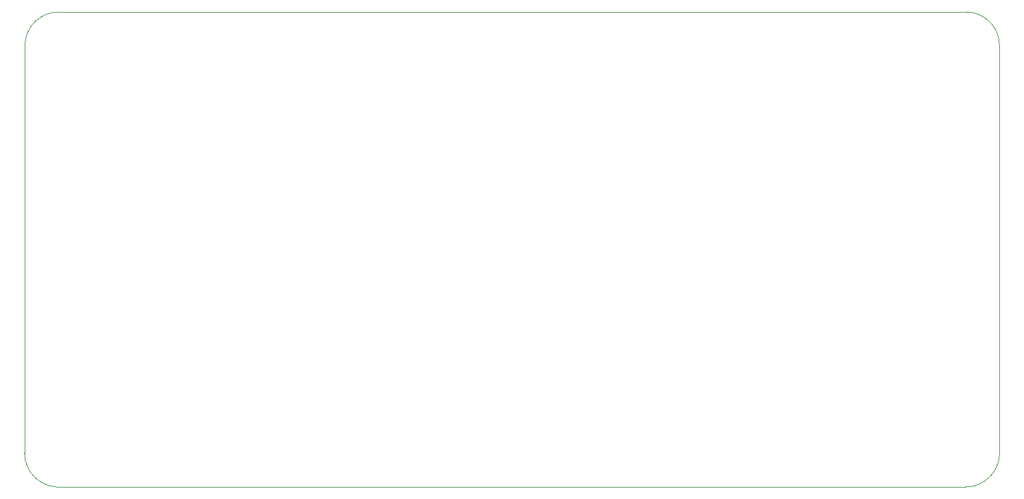
<source format=gbr>
%TF.GenerationSoftware,KiCad,Pcbnew,9.0.4*%
%TF.CreationDate,2026-02-19T19:41:56-08:00*%
%TF.ProjectId,Power_board,506f7765-725f-4626-9f61-72642e6b6963,rev?*%
%TF.SameCoordinates,Original*%
%TF.FileFunction,Profile,NP*%
%FSLAX46Y46*%
G04 Gerber Fmt 4.6, Leading zero omitted, Abs format (unit mm)*
G04 Created by KiCad (PCBNEW 9.0.4) date 2026-02-19 19:41:56*
%MOMM*%
%LPD*%
G01*
G04 APERTURE LIST*
%TA.AperFunction,Profile*%
%ADD10C,0.050000*%
%TD*%
G04 APERTURE END LIST*
D10*
X166256939Y-40000000D02*
X166250000Y-94750000D01*
X166250000Y-94750000D02*
G75*
G02*
X161750000Y-99006939I-4500000J250000D01*
G01*
X40250000Y-99000000D02*
G75*
G02*
X35993061Y-94500000I250000J4500000D01*
G01*
X162000000Y-35500000D02*
G75*
G02*
X166256939Y-40000000I-250000J-4500000D01*
G01*
X36043061Y-39765000D02*
G75*
G02*
X40543061Y-35508064I4499969J-249970D01*
G01*
X40550000Y-35515000D02*
X162000000Y-35500000D01*
X40250000Y-99000000D02*
X161750000Y-99006939D01*
X36043061Y-39765000D02*
X35993061Y-94500000D01*
M02*

</source>
